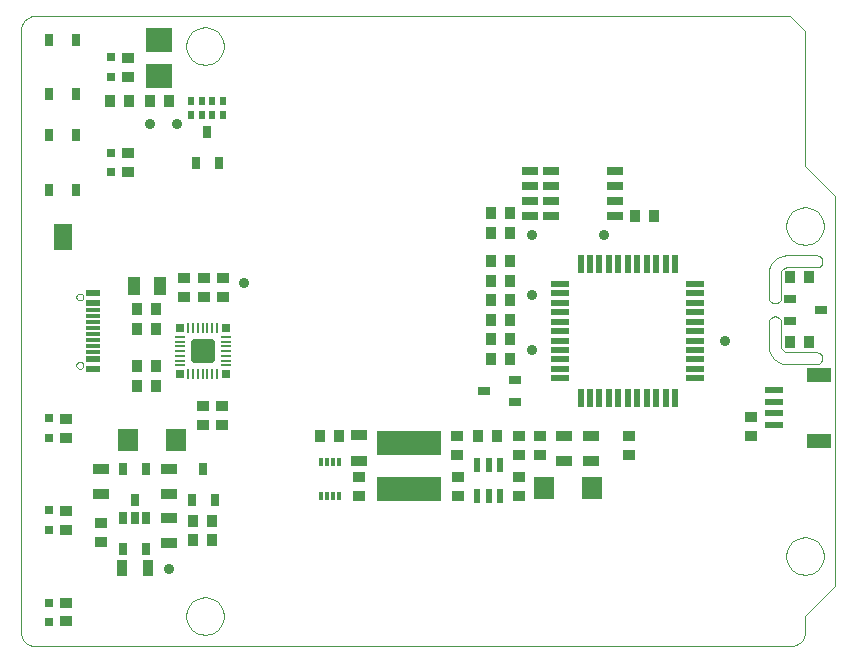
<source format=gbr>
G04 PROTEUS RS274X GERBER FILE*
%FSLAX45Y45*%
%MOMM*%
G01*
%AMPPAD090*
4,1,36,
0.423480,0.039380,
0.419120,0.053790,
0.412190,0.066740,
0.402970,0.077970,
0.391750,0.087190,
0.378790,0.094120,
0.364380,0.098480,
0.348800,0.100000,
-0.348800,0.100000,
-0.364380,0.098480,
-0.378790,0.094120,
-0.391750,0.087190,
-0.402970,0.077970,
-0.412190,0.066740,
-0.419120,0.053790,
-0.423480,0.039380,
-0.425000,0.023800,
-0.425000,-0.023800,
-0.423480,-0.039380,
-0.419120,-0.053790,
-0.412190,-0.066740,
-0.402970,-0.077970,
-0.391750,-0.087190,
-0.378790,-0.094120,
-0.364380,-0.098480,
-0.348800,-0.100000,
0.348800,-0.100000,
0.364380,-0.098480,
0.378790,-0.094120,
0.391750,-0.087190,
0.402970,-0.077970,
0.412190,-0.066740,
0.419120,-0.053790,
0.423480,-0.039380,
0.425000,-0.023800,
0.425000,0.023800,
0.423480,0.039380,
0*%
%ADD100PPAD090*%
%AMPPAD091*
4,1,36,
-0.039380,0.423480,
-0.053790,0.419120,
-0.066740,0.412190,
-0.077970,0.402970,
-0.087190,0.391750,
-0.094120,0.378790,
-0.098480,0.364380,
-0.100000,0.348800,
-0.100000,-0.348800,
-0.098480,-0.364380,
-0.094120,-0.378790,
-0.087190,-0.391750,
-0.077970,-0.402970,
-0.066740,-0.412190,
-0.053790,-0.419120,
-0.039380,-0.423480,
-0.023800,-0.425000,
0.023800,-0.425000,
0.039380,-0.423480,
0.053790,-0.419120,
0.066740,-0.412190,
0.077970,-0.402970,
0.087190,-0.391750,
0.094120,-0.378790,
0.098480,-0.364380,
0.100000,-0.348800,
0.100000,0.348800,
0.098480,0.364380,
0.094120,0.378790,
0.087190,0.391750,
0.077970,0.402970,
0.066740,0.412190,
0.053790,0.419120,
0.039380,0.423480,
0.023800,0.425000,
-0.023800,0.425000,
-0.039380,0.423480,
0*%
%ADD101PPAD091*%
%AMPPAD092*
4,1,36,
-0.797930,0.994950,
-0.845960,0.980400,
-0.889150,0.957300,
-0.926580,0.926580,
-0.957300,0.889150,
-0.980400,0.845960,
-0.994950,0.797930,
-1.000000,0.746000,
-1.000000,-0.746000,
-0.994950,-0.797930,
-0.980400,-0.845960,
-0.957300,-0.889150,
-0.926580,-0.926580,
-0.889150,-0.957300,
-0.845960,-0.980400,
-0.797930,-0.994950,
-0.746000,-1.000000,
0.746000,-1.000000,
0.797930,-0.994950,
0.845960,-0.980400,
0.889150,-0.957300,
0.926580,-0.926580,
0.957300,-0.889150,
0.980400,-0.845960,
0.994950,-0.797930,
1.000000,-0.746000,
1.000000,0.746000,
0.994950,0.797930,
0.980400,0.845960,
0.957300,0.889150,
0.926580,0.926580,
0.889150,0.957300,
0.845960,0.980400,
0.797930,0.994950,
0.746000,1.000000,
-0.746000,1.000000,
-0.797930,0.994950,
0*%
%ADD102PPAD092*%
%ADD20R,0.780000X0.780000*%
%ADD21R,0.700000X1.000000*%
%ADD22R,0.800000X0.800000*%
%ADD23R,1.650000X2.200000*%
%ADD24R,1.050000X0.900000*%
%ADD25R,0.900000X1.050000*%
%ADD26R,1.397000X0.889000*%
%ADD73R,0.600000X1.200000*%
%ADD30R,5.500000X2.150000*%
%ADD31R,0.550000X1.500000*%
%ADD32R,1.500000X0.550000*%
%ADD33R,0.990600X0.711200*%
%ADD34C,0.889000*%
%ADD36R,0.660000X1.000000*%
%ADD37R,0.711200X0.990600*%
%ADD38R,0.889000X1.397000*%
%ADD39R,1.473200X0.635000*%
%ADD40R,0.500000X0.800000*%
%ADD43R,2.286000X2.032000*%
%ADD44R,0.300000X0.750000*%
%ADD45C,0.150000*%
%ADD48R,1.150000X0.600000*%
%ADD49R,1.150000X0.300000*%
%ADD50R,1.000000X1.500000*%
%ADD51R,2.000000X1.200000*%
%ADD52R,1.550000X0.600000*%
%ADD53R,1.800000X1.900000*%
%ADD54C,0.025400*%
D100*
X+1736200Y+2377250D03*
X+1736200Y+2417250D03*
X+1736200Y+2457250D03*
X+1736200Y+2497250D03*
X+1736200Y+2537250D03*
X+1736200Y+2577250D03*
X+1736200Y+2617250D03*
D101*
X+1661200Y+2692250D03*
X+1621200Y+2692250D03*
X+1581200Y+2692250D03*
X+1541200Y+2692250D03*
X+1501200Y+2692250D03*
X+1461200Y+2692250D03*
X+1421200Y+2692250D03*
D100*
X+1346200Y+2617250D03*
X+1346200Y+2577250D03*
X+1346200Y+2537250D03*
X+1346200Y+2497250D03*
X+1346200Y+2457250D03*
X+1346200Y+2417250D03*
X+1346200Y+2377250D03*
D101*
X+1421200Y+2302250D03*
X+1461200Y+2302250D03*
X+1501200Y+2302250D03*
X+1541200Y+2302250D03*
X+1581200Y+2302250D03*
X+1621200Y+2302250D03*
X+1661200Y+2302250D03*
D102*
X+1541200Y+2497250D03*
D20*
X+1736200Y+2302250D03*
X+1736200Y+2692250D03*
X+1346200Y+2692250D03*
X+1346200Y+2302250D03*
D21*
X+466300Y+3864350D03*
X+466300Y+4324350D03*
X+241300Y+4324350D03*
X+241300Y+3864350D03*
X+466300Y+4670800D03*
X+466300Y+5130800D03*
X+241300Y+5130800D03*
X+241300Y+4670800D03*
D22*
X+762000Y+4984750D03*
X+762000Y+4819750D03*
X+241300Y+368200D03*
X+241300Y+203200D03*
D23*
X+355600Y+3467100D03*
D24*
X+387350Y+984350D03*
X+387350Y+1144350D03*
X+387350Y+368200D03*
X+387350Y+208200D03*
D22*
X+241300Y+1149350D03*
X+241300Y+984350D03*
D25*
X+1149350Y+2686800D03*
X+989350Y+2686800D03*
D24*
X+1552000Y+3117700D03*
X+1552000Y+2957700D03*
X+387350Y+1765400D03*
X+387350Y+1925400D03*
X+908050Y+4011950D03*
X+908050Y+4171950D03*
D22*
X+762000Y+4013200D03*
X+762000Y+4178200D03*
D25*
X+1149350Y+2204200D03*
X+989350Y+2204200D03*
D24*
X+1541200Y+2035550D03*
X+1541200Y+1875550D03*
X+1706300Y+1875550D03*
X+1706300Y+2035550D03*
D25*
X+4140200Y+3663950D03*
X+3980200Y+3663950D03*
D26*
X+1256030Y+1286610D03*
X+1256030Y+1499970D03*
D24*
X+1717100Y+2957700D03*
X+1717100Y+3117700D03*
D73*
X+3867650Y+1270000D03*
X+3962650Y+1270000D03*
X+4057650Y+1270000D03*
X+4057650Y+1530000D03*
X+3962650Y+1530000D03*
X+3867650Y+1530000D03*
D30*
X+3289300Y+1333500D03*
X+3289300Y+1718500D03*
D31*
X+5541650Y+3236999D03*
X+5461650Y+3236999D03*
X+5381650Y+3236999D03*
X+5301650Y+3236999D03*
X+5221650Y+3236999D03*
X+5141650Y+3236999D03*
X+5061650Y+3236999D03*
X+4981650Y+3236999D03*
X+4901650Y+3236999D03*
X+4821650Y+3236999D03*
X+4741650Y+3236999D03*
D32*
X+4571650Y+3066999D03*
X+4571650Y+2986999D03*
X+4571650Y+2906999D03*
X+4571650Y+2826999D03*
X+4571650Y+2746999D03*
X+4571650Y+2666999D03*
X+4571650Y+2586999D03*
X+4571650Y+2506999D03*
X+4571650Y+2426999D03*
X+4571650Y+2346999D03*
X+4571650Y+2266999D03*
D31*
X+4741650Y+2096999D03*
X+4821650Y+2096999D03*
X+4901650Y+2096999D03*
X+4981650Y+2096999D03*
X+5061650Y+2096999D03*
X+5141650Y+2096999D03*
X+5221650Y+2096999D03*
X+5301650Y+2096999D03*
X+5381650Y+2096999D03*
X+5461650Y+2096999D03*
X+5541650Y+2096999D03*
D32*
X+5711650Y+2266999D03*
X+5711650Y+2346999D03*
X+5711650Y+2426999D03*
X+5711650Y+2506999D03*
X+5711650Y+2586999D03*
X+5711650Y+2666999D03*
X+5711650Y+2746999D03*
X+5711650Y+2826999D03*
X+5711650Y+2906999D03*
X+5711650Y+2986999D03*
X+5711650Y+3066999D03*
D24*
X+4222750Y+1270000D03*
X+4222750Y+1430000D03*
D26*
X+4826000Y+1564640D03*
X+4826000Y+1778000D03*
D24*
X+3702050Y+1270000D03*
X+3702050Y+1430000D03*
D26*
X+4603750Y+1564640D03*
X+4603750Y+1778000D03*
D24*
X+4220150Y+1618750D03*
X+4220150Y+1778750D03*
D25*
X+3877250Y+1778750D03*
X+4037250Y+1778750D03*
D24*
X+4397950Y+1778750D03*
X+4397950Y+1618750D03*
X+3699450Y+1778750D03*
X+3699450Y+1618750D03*
D25*
X+1460500Y+895450D03*
X+1620500Y+895450D03*
D24*
X+908050Y+4818400D03*
X+908050Y+4978400D03*
D25*
X+3980200Y+3092450D03*
X+4140200Y+3092450D03*
X+3980200Y+3257550D03*
X+4140200Y+3257550D03*
X+3980200Y+2927350D03*
X+4140200Y+2927350D03*
X+6518100Y+3124199D03*
X+6678100Y+3124199D03*
D33*
X+6518100Y+2940049D03*
X+6518100Y+2749549D03*
X+6779720Y+2846069D03*
D25*
X+5201900Y+3644900D03*
X+5361900Y+3644900D03*
D24*
X+5153600Y+1778750D03*
X+5153600Y+1618750D03*
D25*
X+6518100Y+2571749D03*
X+6678100Y+2571749D03*
X+3980200Y+2432050D03*
X+4140200Y+2432050D03*
D33*
X+4189575Y+2063750D03*
X+4189575Y+2254250D03*
X+3927955Y+2157730D03*
D22*
X+241300Y+1930400D03*
X+241300Y+1765400D03*
D34*
X+4937200Y+3478299D03*
X+5965650Y+2586999D03*
X+1257300Y+654050D03*
D24*
X+2863850Y+1430000D03*
X+2863850Y+1270000D03*
D25*
X+2692400Y+1778000D03*
X+2532400Y+1778000D03*
D36*
X+1060200Y+1085950D03*
X+965200Y+1085950D03*
X+870200Y+1085950D03*
X+870200Y+825950D03*
X+1060200Y+825950D03*
D37*
X+1059180Y+1499970D03*
X+868680Y+1499970D03*
X+965200Y+1238350D03*
D26*
X+678180Y+1499970D03*
X+678180Y+1286610D03*
D24*
X+679200Y+881500D03*
X+679200Y+1041500D03*
D38*
X+1075690Y+657960D03*
X+862330Y+657960D03*
D26*
X+1257050Y+1085950D03*
X+1257050Y+872590D03*
D34*
X+1888550Y+3073250D03*
D39*
X+5030700Y+3644900D03*
X+5030700Y+3771900D03*
X+5030700Y+3898900D03*
X+5030700Y+4025900D03*
X+4490700Y+4025900D03*
X+4313150Y+4025900D03*
X+4313150Y+3898900D03*
X+4490700Y+3898900D03*
X+4313150Y+3771900D03*
X+4490700Y+3771900D03*
X+4313150Y+3644900D03*
X+4490700Y+3644900D03*
D40*
X+1714500Y+4616450D03*
X+1624500Y+4616450D03*
X+1534500Y+4616450D03*
X+1444500Y+4616450D03*
X+1444500Y+4496450D03*
X+1534500Y+4496450D03*
X+1624500Y+4496450D03*
X+1714500Y+4496450D03*
D25*
X+760750Y+4616450D03*
X+920750Y+4616450D03*
D43*
X+1171150Y+4830800D03*
X+1171150Y+5130800D03*
D25*
X+1253700Y+4616450D03*
X+1093700Y+4616450D03*
D34*
X+1320800Y+4419600D03*
X+1092200Y+4419600D03*
D25*
X+1460500Y+1060550D03*
X+1620500Y+1060550D03*
D44*
X+2692400Y+1560600D03*
X+2642400Y+1560600D03*
X+2592400Y+1560600D03*
X+2542400Y+1560600D03*
X+2542400Y+1270000D03*
X+2592400Y+1270000D03*
X+2642400Y+1270000D03*
X+2692400Y+1270000D03*
D26*
X+2863850Y+1784350D03*
X+2863850Y+1570990D03*
D45*
X+502100Y+2377600D03*
X+502100Y+2955600D03*
D48*
X+609600Y+2986600D03*
X+609600Y+2906600D03*
D49*
X+609600Y+2791600D03*
X+609600Y+2691600D03*
X+609600Y+2641600D03*
X+609600Y+2541600D03*
D48*
X+609600Y+2346600D03*
X+609600Y+2426600D03*
D49*
X+609600Y+2491600D03*
X+609600Y+2591600D03*
X+609600Y+2741600D03*
X+609600Y+2841600D03*
D50*
X+1179850Y+3048750D03*
X+959850Y+3048750D03*
D25*
X+1149350Y+2371840D03*
X+989350Y+2371840D03*
X+1149350Y+2851900D03*
X+989350Y+2851900D03*
X+3980200Y+2762250D03*
X+4140200Y+2762250D03*
D37*
X+1454150Y+1238350D03*
X+1644650Y+1238350D03*
X+1548130Y+1499970D03*
D25*
X+4140200Y+2597150D03*
X+3980200Y+2597150D03*
D37*
X+1487170Y+4088780D03*
X+1677670Y+4088780D03*
X+1581150Y+4350400D03*
D51*
X+6757670Y+1739280D03*
X+6757670Y+2299280D03*
D52*
X+6380170Y+1869280D03*
X+6380170Y+1969280D03*
X+6380170Y+2069280D03*
X+6380170Y+2169280D03*
D24*
X+6188650Y+1938750D03*
X+6188650Y+1778750D03*
D25*
X+3980200Y+3498850D03*
X+4140200Y+3498850D03*
D53*
X+4842450Y+1339850D03*
X+4432450Y+1339850D03*
D24*
X+1386900Y+2957700D03*
X+1386900Y+3117700D03*
D53*
X+909530Y+1741270D03*
X+1319530Y+1741270D03*
D34*
X+4330350Y+3478549D03*
X+4330350Y+2506999D03*
X+4330350Y+2970549D03*
D54*
X+6800850Y+762000D02*
X+6800320Y+774958D01*
X+6796016Y+800876D01*
X+6787025Y+826794D01*
X+6772380Y+852712D01*
X+6749976Y+878466D01*
X+6724058Y+897958D01*
X+6698140Y+910530D01*
X+6672222Y+917866D01*
X+6646304Y+920694D01*
X+6642100Y+920750D01*
X+6483350Y+762000D02*
X+6483880Y+774958D01*
X+6488184Y+800876D01*
X+6497175Y+826794D01*
X+6511820Y+852712D01*
X+6534224Y+878466D01*
X+6560142Y+897958D01*
X+6586060Y+910530D01*
X+6611978Y+917866D01*
X+6637896Y+920694D01*
X+6642100Y+920750D01*
X+6483350Y+762000D02*
X+6483880Y+749042D01*
X+6488184Y+723124D01*
X+6497175Y+697206D01*
X+6511820Y+671288D01*
X+6534224Y+645534D01*
X+6560142Y+626042D01*
X+6586060Y+613470D01*
X+6611978Y+606134D01*
X+6637896Y+603306D01*
X+6642100Y+603250D01*
X+6800850Y+762000D02*
X+6800320Y+749042D01*
X+6796016Y+723124D01*
X+6787025Y+697206D01*
X+6772380Y+671288D01*
X+6749976Y+645534D01*
X+6724058Y+626042D01*
X+6698140Y+613470D01*
X+6672222Y+606134D01*
X+6646304Y+603306D01*
X+6642100Y+603250D01*
X+6800850Y+3556000D02*
X+6800320Y+3568958D01*
X+6796016Y+3594876D01*
X+6787025Y+3620794D01*
X+6772380Y+3646712D01*
X+6749976Y+3672466D01*
X+6724058Y+3691958D01*
X+6698140Y+3704530D01*
X+6672222Y+3711866D01*
X+6646304Y+3714694D01*
X+6642100Y+3714750D01*
X+6483350Y+3556000D02*
X+6483880Y+3568958D01*
X+6488184Y+3594876D01*
X+6497175Y+3620794D01*
X+6511820Y+3646712D01*
X+6534224Y+3672466D01*
X+6560142Y+3691958D01*
X+6586060Y+3704530D01*
X+6611978Y+3711866D01*
X+6637896Y+3714694D01*
X+6642100Y+3714750D01*
X+6483350Y+3556000D02*
X+6483880Y+3543042D01*
X+6488184Y+3517124D01*
X+6497175Y+3491206D01*
X+6511820Y+3465288D01*
X+6534224Y+3439534D01*
X+6560142Y+3420042D01*
X+6586060Y+3407470D01*
X+6611978Y+3400134D01*
X+6637896Y+3397306D01*
X+6642100Y+3397250D01*
X+6800850Y+3556000D02*
X+6800320Y+3543042D01*
X+6796016Y+3517124D01*
X+6787025Y+3491206D01*
X+6772380Y+3465288D01*
X+6749976Y+3439534D01*
X+6724058Y+3420042D01*
X+6698140Y+3407470D01*
X+6672222Y+3400134D01*
X+6646304Y+3397306D01*
X+6642100Y+3397250D01*
X+1720850Y+5080000D02*
X+1720320Y+5092958D01*
X+1716016Y+5118876D01*
X+1707025Y+5144794D01*
X+1692380Y+5170712D01*
X+1669976Y+5196466D01*
X+1644058Y+5215958D01*
X+1618140Y+5228530D01*
X+1592222Y+5235866D01*
X+1566304Y+5238694D01*
X+1562100Y+5238750D01*
X+1403350Y+5080000D02*
X+1403880Y+5092958D01*
X+1408184Y+5118876D01*
X+1417175Y+5144794D01*
X+1431820Y+5170712D01*
X+1454224Y+5196466D01*
X+1480142Y+5215958D01*
X+1506060Y+5228530D01*
X+1531978Y+5235866D01*
X+1557896Y+5238694D01*
X+1562100Y+5238750D01*
X+1403350Y+5080000D02*
X+1403880Y+5067042D01*
X+1408184Y+5041124D01*
X+1417175Y+5015206D01*
X+1431820Y+4989288D01*
X+1454224Y+4963534D01*
X+1480142Y+4944042D01*
X+1506060Y+4931470D01*
X+1531978Y+4924134D01*
X+1557896Y+4921306D01*
X+1562100Y+4921250D01*
X+1720850Y+5080000D02*
X+1720320Y+5067042D01*
X+1716016Y+5041124D01*
X+1707025Y+5015206D01*
X+1692380Y+4989288D01*
X+1669976Y+4963534D01*
X+1644058Y+4944042D01*
X+1618140Y+4931470D01*
X+1592222Y+4924134D01*
X+1566304Y+4921306D01*
X+1562100Y+4921250D01*
X+1720850Y+254000D02*
X+1720320Y+266958D01*
X+1716016Y+292876D01*
X+1707025Y+318794D01*
X+1692380Y+344712D01*
X+1669976Y+370466D01*
X+1644058Y+389958D01*
X+1618140Y+402530D01*
X+1592222Y+409866D01*
X+1566304Y+412694D01*
X+1562100Y+412750D01*
X+1403350Y+254000D02*
X+1403880Y+266958D01*
X+1408184Y+292876D01*
X+1417175Y+318794D01*
X+1431820Y+344712D01*
X+1454224Y+370466D01*
X+1480142Y+389958D01*
X+1506060Y+402530D01*
X+1531978Y+409866D01*
X+1557896Y+412694D01*
X+1562100Y+412750D01*
X+1403350Y+254000D02*
X+1403880Y+241042D01*
X+1408184Y+215124D01*
X+1417175Y+189206D01*
X+1431820Y+163288D01*
X+1454224Y+137534D01*
X+1480142Y+118042D01*
X+1506060Y+105470D01*
X+1531978Y+98134D01*
X+1557896Y+95306D01*
X+1562100Y+95250D01*
X+1720850Y+254000D02*
X+1720320Y+241042D01*
X+1716016Y+215124D01*
X+1707025Y+189206D01*
X+1692380Y+163288D01*
X+1669976Y+137534D01*
X+1644058Y+118042D01*
X+1618140Y+105470D01*
X+1592222Y+98134D01*
X+1566304Y+95306D01*
X+1562100Y+95250D01*
X+127000Y+0D02*
X+101032Y+2527D01*
X+77018Y+9798D01*
X+55423Y+21347D01*
X+36711Y+36711D01*
X+21348Y+55423D01*
X+9798Y+77018D01*
X+2527Y+101032D01*
X+0Y+127000D01*
X+0Y+5207000D01*
X+2527Y+5232967D01*
X+9798Y+5256981D01*
X+21348Y+5278577D01*
X+36711Y+5297289D01*
X+55423Y+5312652D01*
X+77018Y+5324202D01*
X+101032Y+5331473D01*
X+127000Y+5334000D01*
X+6515100Y+5334000D01*
X+6642100Y+5207000D01*
X+6642100Y+4064000D01*
X+6896100Y+3810000D01*
X+6896100Y+508000D01*
X+6642100Y+254000D01*
X+6642100Y+127000D01*
X+6639573Y+101032D01*
X+6632302Y+77018D01*
X+6620752Y+55423D01*
X+6605389Y+36711D01*
X+6586677Y+21347D01*
X+6565081Y+9798D01*
X+6541067Y+2527D01*
X+6515100Y+0D01*
X+127000Y+0D01*
X+531310Y+2377600D02*
X+531209Y+2380024D01*
X+530390Y+2384873D01*
X+528676Y+2389722D01*
X+525874Y+2394571D01*
X+521589Y+2399358D01*
X+516740Y+2402876D01*
X+511891Y+2405120D01*
X+507042Y+2406389D01*
X+502193Y+2406810D01*
X+502100Y+2406810D01*
X+472890Y+2377600D02*
X+472991Y+2380024D01*
X+473810Y+2384873D01*
X+475524Y+2389722D01*
X+478326Y+2394571D01*
X+482611Y+2399358D01*
X+487460Y+2402876D01*
X+492309Y+2405120D01*
X+497158Y+2406389D01*
X+502007Y+2406810D01*
X+502100Y+2406810D01*
X+472890Y+2377600D02*
X+472991Y+2375176D01*
X+473810Y+2370327D01*
X+475524Y+2365478D01*
X+478326Y+2360629D01*
X+482611Y+2355842D01*
X+487460Y+2352324D01*
X+492309Y+2350080D01*
X+497158Y+2348811D01*
X+502007Y+2348390D01*
X+502100Y+2348390D01*
X+531310Y+2377600D02*
X+531209Y+2375176D01*
X+530390Y+2370327D01*
X+528676Y+2365478D01*
X+525874Y+2360629D01*
X+521589Y+2355842D01*
X+516740Y+2352324D01*
X+511891Y+2350080D01*
X+507042Y+2348811D01*
X+502193Y+2348390D01*
X+502100Y+2348390D01*
X+531310Y+2955600D02*
X+531209Y+2958024D01*
X+530390Y+2962873D01*
X+528676Y+2967722D01*
X+525874Y+2972571D01*
X+521589Y+2977358D01*
X+516740Y+2980876D01*
X+511891Y+2983120D01*
X+507042Y+2984389D01*
X+502193Y+2984810D01*
X+502100Y+2984810D01*
X+472890Y+2955600D02*
X+472991Y+2958024D01*
X+473810Y+2962873D01*
X+475524Y+2967722D01*
X+478326Y+2972571D01*
X+482611Y+2977358D01*
X+487460Y+2980876D01*
X+492309Y+2983120D01*
X+497158Y+2984389D01*
X+502007Y+2984810D01*
X+502100Y+2984810D01*
X+472890Y+2955600D02*
X+472991Y+2953176D01*
X+473810Y+2948327D01*
X+475524Y+2943478D01*
X+478326Y+2938629D01*
X+482611Y+2933842D01*
X+487460Y+2930324D01*
X+492309Y+2928080D01*
X+497158Y+2926811D01*
X+502007Y+2926390D01*
X+502100Y+2926390D01*
X+531310Y+2955600D02*
X+531209Y+2953176D01*
X+530390Y+2948327D01*
X+528676Y+2943478D01*
X+525874Y+2938629D01*
X+521589Y+2933842D01*
X+516740Y+2930324D01*
X+511891Y+2928080D01*
X+507042Y+2926811D01*
X+502193Y+2926390D01*
X+502100Y+2926390D01*
X+6489700Y+2489200D02*
X+6469707Y+2493119D01*
X+6453584Y+2503884D01*
X+6442819Y+2520007D01*
X+6438900Y+2540000D01*
X+6737350Y+2489200D02*
X+6757343Y+2485281D01*
X+6773466Y+2474516D01*
X+6784231Y+2458393D01*
X+6788150Y+2438400D01*
X+6784231Y+2418407D01*
X+6773466Y+2402284D01*
X+6757343Y+2391519D01*
X+6737350Y+2387600D01*
X+6489700Y+2489200D02*
X+6737350Y+2489200D01*
X+6489700Y+2387600D02*
X+6737350Y+2387600D01*
X+6438900Y+2540000D02*
X+6438900Y+2743200D01*
X+6388100Y+2794000D02*
X+6408093Y+2790081D01*
X+6424216Y+2779316D01*
X+6434981Y+2763193D01*
X+6438900Y+2743200D01*
X+6337300Y+2743200D02*
X+6341219Y+2763193D01*
X+6351984Y+2779316D01*
X+6368107Y+2790081D01*
X+6388100Y+2794000D01*
X+6337300Y+2540000D02*
X+6337300Y+2743200D01*
X+6337300Y+2540000D02*
X+6340332Y+2508839D01*
X+6349057Y+2480022D01*
X+6362917Y+2454108D01*
X+6381353Y+2431653D01*
X+6403807Y+2413217D01*
X+6429722Y+2399357D01*
X+6458539Y+2390632D01*
X+6489700Y+2387600D01*
X+6489700Y+3206750D02*
X+6469707Y+3202831D01*
X+6453584Y+3192066D01*
X+6442819Y+3175943D01*
X+6438900Y+3155950D01*
X+6737350Y+3206750D02*
X+6757343Y+3210669D01*
X+6773466Y+3221434D01*
X+6784231Y+3237557D01*
X+6788150Y+3257550D01*
X+6784231Y+3277543D01*
X+6773466Y+3293666D01*
X+6757343Y+3304431D01*
X+6737350Y+3308350D01*
X+6489700Y+3206750D02*
X+6737350Y+3206750D01*
X+6489700Y+3308350D02*
X+6737350Y+3308350D01*
X+6438900Y+3155950D02*
X+6438900Y+2952750D01*
X+6388100Y+2901950D02*
X+6408093Y+2905869D01*
X+6424216Y+2916634D01*
X+6434981Y+2932757D01*
X+6438900Y+2952750D01*
X+6337300Y+2952750D02*
X+6341219Y+2932757D01*
X+6351984Y+2916634D01*
X+6368107Y+2905869D01*
X+6388100Y+2901950D01*
X+6337300Y+3155950D02*
X+6337300Y+2952750D01*
X+6337300Y+3155950D02*
X+6340332Y+3187111D01*
X+6349057Y+3215928D01*
X+6362917Y+3241842D01*
X+6381353Y+3264297D01*
X+6403807Y+3282733D01*
X+6429722Y+3296593D01*
X+6458539Y+3305318D01*
X+6489700Y+3308350D01*
M02*

</source>
